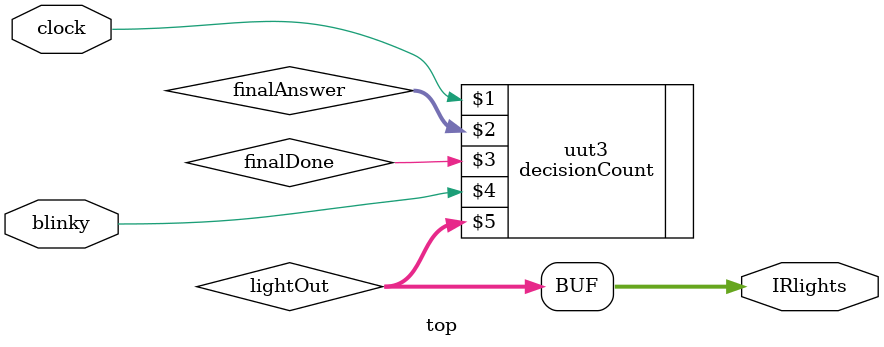
<source format=v>
`timescale 1ns / 1ps


module top(
    input blinky,
    input clock,
    output [3:0] IRlights
    );
    
    wire [2:0] finalAnswer;
    wire finalDone;
    wire [3:0] lightOut;

    
    decisionCount uut3(
    clock,
    finalAnswer,
    finalDone,
    blinky,
    lightOut
    );
    
    assign IRlights = lightOut;
    
    
endmodule

</source>
